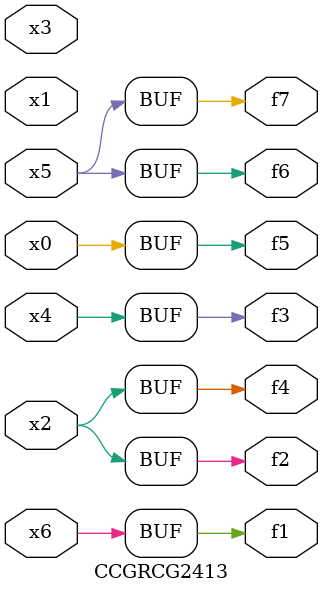
<source format=v>
module CCGRCG2413(
	input x0, x1, x2, x3, x4, x5, x6,
	output f1, f2, f3, f4, f5, f6, f7
);
	assign f1 = x6;
	assign f2 = x2;
	assign f3 = x4;
	assign f4 = x2;
	assign f5 = x0;
	assign f6 = x5;
	assign f7 = x5;
endmodule

</source>
